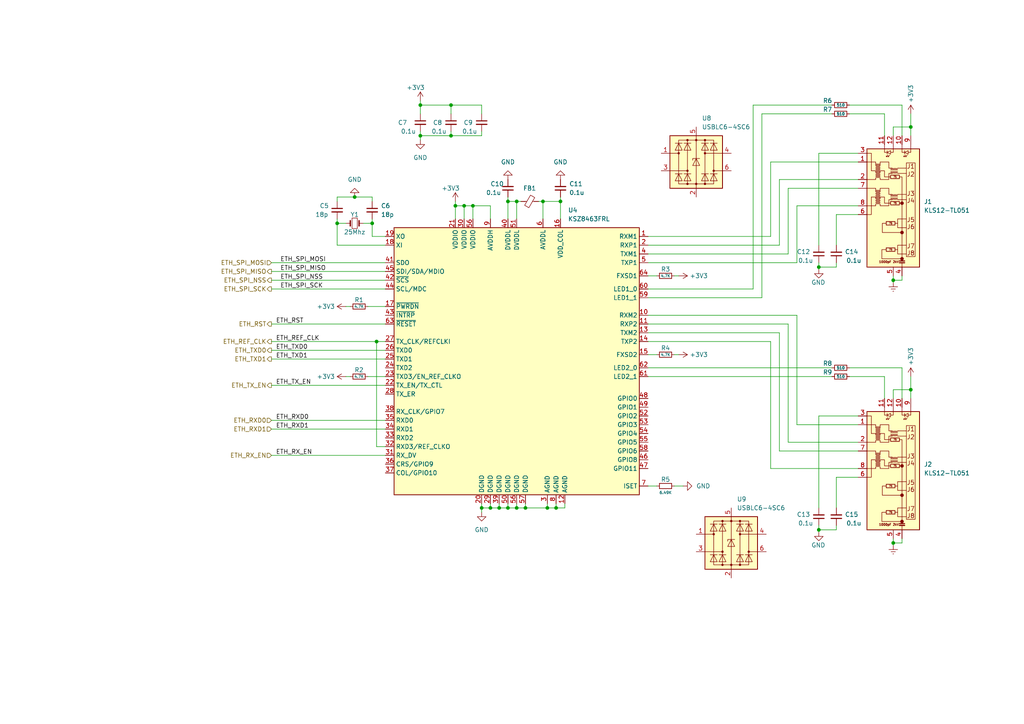
<source format=kicad_sch>
(kicad_sch (version 20230121) (generator eeschema)
  (paper "A4")
  (lib_symbols
    (symbol "Device:C_Small" (pin_numbers hide) (pin_names (offset 0.254) hide)
      (property "Reference" "C" (at 0.254 1.778 0))
      (property "Value" "C_Small" (at 0.254 -2.032 0))
      (symbol "C_Small_0_1"
        (polyline (pts (xy -1.524 -0.508) (xy 1.524 -0.508)) (stroke (width 0.3302)))
        (polyline (pts (xy -1.524 0.508) (xy 1.524 0.508)) (stroke (width 0.3048)))
      )
      (symbol "C_Small_1_1"
        (pin passive line (at 0 2.54 270) (length 2.032) (name "~") (number "1"))
        (pin passive line (at 0 -2.54 90) (length 2.032) (name "~") (number "2"))
      )
    )
    (symbol "Device:Crystal_Small" (pin_numbers hide) (pin_names (offset 1.016) hide)
      (property "Reference" "Y" (at 0 2.54 0))
      (property "Value" "Crystal_Small" (at 0 -2.54 0))
      (symbol "Crystal_Small_0_1"
        (rectangle (start -0.762 -1.524) (end 0.762 1.524))
        (polyline (pts (xy -1.27 -0.762) (xy -1.27 0.762)) (stroke (width 0.381)))
        (polyline (pts (xy 1.27 -0.762) (xy 1.27 0.762)) (stroke (width 0.381)))
      )
      (symbol "Crystal_Small_1_1"
        (pin passive line (at -2.54 0 0) (length 1.27) (name "1") (number "1"))
        (pin passive line (at 2.54 0 180) (length 1.27) (name "2") (number "2"))
      )
    )
    (symbol "Device:FerriteBead_Small" (pin_numbers hide) (pin_names (offset 0))
      (property "Reference" "FB" (at 1.905 1.27 0))
      (property "Value" "FerriteBead_Small" (at 1.905 -1.27 0))
      (symbol "FerriteBead_Small_0_1"
        (polyline (pts (xy 0 -1.27) (xy 0 -0.7874)))
        (polyline (pts (xy 0 0.889) (xy 0 1.2954)))
        (polyline (pts (xy -1.8288 0.2794) (xy -1.1176 1.4986) (xy 1.8288 -0.2032) (xy 1.1176 -1.4224) (xy -1.8288 0.2794)))
      )
      (symbol "FerriteBead_Small_1_1"
        (pin passive line (at 0 2.54 270) (length 1.27) (name "~") (number "1"))
        (pin passive line (at 0 -2.54 90) (length 1.27) (name "~") (number "2"))
      )
    )
    (symbol "Device:R_Small" (pin_numbers hide) (pin_names (offset 0.254) hide)
      (property "Reference" "R" (at 0.762 0.508 0))
      (property "Value" "R_Small" (at 0.762 -1.016 0))
      (symbol "R_Small_0_1"
        (rectangle (start -0.762 1.778) (end 0.762 -1.778) (stroke (width 0.2032)))
      )
      (symbol "R_Small_1_1"
        (pin passive line (at 0 2.54 270) (length 0.762) (name "~") (number "1"))
        (pin passive line (at 0 -2.54 90) (length 0.762) (name "~") (number "2"))
      )
    )
    (symbol "Power_Protection:USBLC6-4SC6" (pin_names hide)
      (property "Reference" "U" (at 2.54 8.89 0))
      (property "Value" "USBLC6-4SC6" (at 2.54 -8.89 0))
      (symbol "USBLC6-4SC6_0_1"
        (rectangle (start -7.62 -7.62) (end 7.62 7.62) (stroke (width 0.254)) (fill (type background)))
        (circle (center -5.08 2.54) (radius 0.254) (fill (type outline)))
        (circle (center -2.54 -6.35) (radius 0.254) (fill (type outline)))
        (circle (center -2.54 -2.54) (radius 0.254) (fill (type outline)))
        (circle (center -2.54 6.35) (radius 0.254) (fill (type outline)))
        (rectangle (start -2.54 6.35) (end 2.54 -6.35))
        (circle (center 0 -6.35) (radius 0.254) (fill (type outline)))
        (polyline (pts (xy -5.08 2.54) (xy -7.62 2.54)))
        (polyline (pts (xy -4.064 -3.429) (xy -6.096 -3.429)))
        (polyline (pts (xy -4.064 5.461) (xy -6.096 5.461)))
        (polyline (pts (xy -2.54 -2.54) (xy -7.62 -2.54)))
        (polyline (pts (xy -1.524 -3.429) (xy -3.556 -3.429)))
        (polyline (pts (xy -1.524 5.461) (xy -3.556 5.461)))
        (polyline (pts (xy 0 -7.62) (xy 0 -6.35)))
        (polyline (pts (xy 0 -6.35) (xy 0 1.27)))
        (polyline (pts (xy 0 1.27) (xy 0 6.35)))
        (polyline (pts (xy 0 6.35) (xy 0 7.62)))
        (polyline (pts (xy 1.524 -3.429) (xy 3.556 -3.429)))
        (polyline (pts (xy 1.524 5.461) (xy 3.556 5.461)))
        (polyline (pts (xy 2.54 2.54) (xy 7.62 2.54)))
        (polyline (pts (xy 4.064 -3.429) (xy 6.096 -3.429)))
        (polyline (pts (xy 4.064 5.461) (xy 6.096 5.461)))
        (polyline (pts (xy 5.08 -2.54) (xy 7.62 -2.54)))
        (polyline (pts (xy -6.096 -5.461) (xy -4.064 -5.461) (xy -5.08 -3.429) (xy -6.096 -5.461)))
        (polyline (pts (xy -6.096 3.429) (xy -4.064 3.429) (xy -5.08 5.461) (xy -6.096 3.429)))
        (polyline (pts (xy -3.556 -5.461) (xy -1.524 -5.461) (xy -2.54 -3.429) (xy -3.556 -5.461)))
        (polyline (pts (xy -3.556 3.429) (xy -1.524 3.429) (xy -2.54 5.461) (xy -3.556 3.429)))
        (polyline (pts (xy -2.54 6.35) (xy -5.08 6.35) (xy -5.08 -6.35) (xy -2.54 -6.35)))
        (polyline (pts (xy -1.016 -1.016) (xy 1.016 -1.016) (xy 0 1.016) (xy -1.016 -1.016)))
        (polyline (pts (xy 1.016 1.016) (xy 0.762 1.016) (xy -1.016 1.016) (xy -1.016 0.508)))
        (polyline (pts (xy 2.54 6.35) (xy 5.08 6.35) (xy 5.08 -6.35) (xy 2.54 -6.35)))
        (polyline (pts (xy 3.556 -5.461) (xy 1.524 -5.461) (xy 2.54 -3.429) (xy 3.556 -5.461)))
        (polyline (pts (xy 3.556 3.429) (xy 1.524 3.429) (xy 2.54 5.461) (xy 3.556 3.429)))
        (polyline (pts (xy 6.096 -5.461) (xy 4.064 -5.461) (xy 5.08 -3.429) (xy 6.096 -5.461)))
        (polyline (pts (xy 6.096 3.429) (xy 4.064 3.429) (xy 5.08 5.461) (xy 6.096 3.429)))
        (circle (center 0 6.35) (radius 0.254) (fill (type outline)))
        (circle (center 2.54 -6.35) (radius 0.254) (fill (type outline)))
        (circle (center 2.54 2.54) (radius 0.254) (fill (type outline)))
        (circle (center 2.54 6.35) (radius 0.254) (fill (type outline)))
        (circle (center 5.08 -2.54) (radius 0.254) (fill (type outline)))
      )
      (symbol "USBLC6-4SC6_1_1"
        (pin passive line (at -10.16 2.54 0) (length 2.54) (name "I/O1") (number "1"))
        (pin passive line (at 0 -10.16 90) (length 2.54) (name "GND") (number "2"))
        (pin passive line (at -10.16 -2.54 0) (length 2.54) (name "I/O2") (number "3"))
        (pin passive line (at 10.16 2.54 180) (length 2.54) (name "I/O3") (number "4"))
        (pin passive line (at 0 10.16 270) (length 2.54) (name "VBUS") (number "5"))
        (pin passive line (at 10.16 -2.54 180) (length 2.54) (name "I/O4") (number "6"))
      )
    )
    (symbol "meshium_duo:KLS12-TL051" (pin_names (offset 0.0254) hide)
      (property "Reference" "J" (at 0 25.4 0))
      (property "Value" "KLS12-TL051" (at 0 22.86 0))
      (symbol "KLS12-TL051_0_0"
        (circle (center -2.54 -15.367) (radius 0.0001) (stroke (width 0.508)))
        (circle (center -2.54 -7.747) (radius 0.0001) (stroke (width 0.508)))
        (circle (center -2.54 0.762) (radius 0.0001) (stroke (width 0.508)))
        (polyline (pts (xy -1.27 1.778) (xy -3.81 1.778)))
        (polyline (pts (xy -1.27 3.302) (xy -3.81 3.302)))
        (polyline (pts (xy -1.27 9.398) (xy -3.81 9.398)))
        (polyline (pts (xy -1.27 10.922) (xy -3.81 10.922)))
        (polyline (pts (xy 5.08 2.54) (xy 6.35 2.54)))
        (polyline (pts (xy 6.35 10.16) (xy 5.08 10.16)))
        (polyline (pts (xy 0.762 0.762) (xy 2.54 0.762) (xy 2.54 2.54) (xy 3.81 2.54)))
        (polyline (pts (xy 0.762 8.382) (xy 2.54 8.382) (xy 2.54 10.16) (xy 3.81 10.16)))
        (text "1000pF 2kV" (at 1.27 -16.256 0) (effects (font (size 0.635 0.635))))
        (text "75" (at -0.508 0.762 0) (effects (font (size 0.508 0.508))))
        (text "75" (at -0.508 8.382 0) (effects (font (size 0.508 0.508))))
        (text "75" (at 0.762 -12.7 0) (effects (font (size 0.508 0.508))))
        (text "75" (at 0.762 -5.08 0) (effects (font (size 0.508 0.508))))
        (text "J1" (at -5.08 11.43 0) (effects (font (size 1.27 1.27))))
        (text "J2" (at -5.08 9.144 0) (effects (font (size 1.27 1.27))))
        (text "J3" (at -5.08 3.556 0) (effects (font (size 1.27 1.27))))
        (text "J4" (at -5.08 1.524 0) (effects (font (size 1.27 1.27))))
        (text "J5" (at -5.08 -4.064 0) (effects (font (size 1.27 1.27))))
        (text "J6" (at -5.08 -6.096 0) (effects (font (size 1.27 1.27))))
        (text "J7" (at -5.08 -11.684 0) (effects (font (size 1.27 1.27))))
        (text "J8" (at -5.08 -13.716 0) (effects (font (size 1.27 1.27))))
      )
      (symbol "KLS12-TL051_0_1"
        (rectangle (start -7.62 16.51) (end 7.62 -17.78) (stroke (width 0.254)) (fill (type background)))
        (rectangle (start -3.81 -14.732) (end -6.35 12.446))
        (rectangle (start -1.778 0.254) (end 0.762 1.27) (stroke (width 0.2032)))
        (rectangle (start -1.778 7.874) (end 0.762 8.89) (stroke (width 0.2032)))
        (arc (start -1.27 3.302) (mid -1.016 3.0491) (end -0.762 3.302))
        (arc (start -1.27 10.922) (mid -1.016 10.6691) (end -0.762 10.922))
        (arc (start -0.762 1.778) (mid -1.016 2.0309) (end -1.27 1.778))
        (arc (start -0.762 3.302) (mid -0.508 3.0491) (end -0.254 3.302))
        (arc (start -0.762 9.398) (mid -1.016 9.6509) (end -1.27 9.398))
        (arc (start -0.762 10.922) (mid -0.508 10.6691) (end -0.254 10.922))
        (rectangle (start -0.508 -12.192) (end 2.032 -13.208) (stroke (width 0.2032)))
        (rectangle (start -0.508 -4.572) (end 2.032 -5.588) (stroke (width 0.2032)))
        (arc (start -0.254 1.778) (mid -0.508 2.0309) (end -0.762 1.778))
        (arc (start -0.254 3.302) (mid 0 3.0491) (end 0.254 3.302))
        (arc (start -0.254 9.398) (mid -0.508 9.6509) (end -0.762 9.398))
        (arc (start -0.254 10.922) (mid 0 10.6691) (end 0.254 10.922))
        (polyline (pts (xy -3.556 14.224) (xy -4.064 14.732)))
        (polyline (pts (xy -3.302 -16.51) (xy -1.778 -16.51)) (stroke (width 0.3302)))
        (polyline (pts (xy -3.302 -16.002) (xy -1.778 -16.002)) (stroke (width 0.3048)))
        (polyline (pts (xy -3.302 16.002) (xy -3.302 14.986)))
        (polyline (pts (xy -3.048 14.224) (xy -3.556 14.732)))
        (polyline (pts (xy -2.54 -17.78) (xy -2.54 -16.51)))
        (polyline (pts (xy -2.54 0.762) (xy -1.778 0.762)))
        (polyline (pts (xy -1.27 -12.7) (xy -0.508 -12.7)))
        (polyline (pts (xy -1.27 -5.08) (xy -0.508 -5.08)))
        (polyline (pts (xy -1.27 2.286) (xy 0.762 2.286)))
        (polyline (pts (xy -1.27 9.906) (xy 0.762 9.906)))
        (polyline (pts (xy 0.762 2.794) (xy -1.27 2.794)))
        (polyline (pts (xy 0.762 10.414) (xy -1.27 10.414)))
        (polyline (pts (xy 1.524 14.224) (xy 1.016 14.732)))
        (polyline (pts (xy 1.778 16.002) (xy 1.778 14.986)))
        (polyline (pts (xy 2.032 14.224) (xy 1.524 14.732)))
        (polyline (pts (xy 4.318 4.572) (xy 4.318 0.508)))
        (polyline (pts (xy 4.318 12.192) (xy 4.318 8.128)))
        (polyline (pts (xy 4.572 0.508) (xy 4.572 4.572)))
        (polyline (pts (xy 4.572 8.128) (xy 4.572 12.192)))
        (polyline (pts (xy -5.08 17.78) (xy -5.08 15.494) (xy -4.318 15.494)))
        (polyline (pts (xy -3.556 14.478) (xy -3.556 14.224) (xy -3.81 14.224)))
        (polyline (pts (xy -3.048 14.478) (xy -3.048 14.224) (xy -3.302 14.224)))
        (polyline (pts (xy -2.54 -16.002) (xy -2.54 8.382) (xy -1.778 8.382)))
        (polyline (pts (xy -2.54 17.78) (xy -2.54 15.494) (xy -3.302 15.494)))
        (polyline (pts (xy 0 17.78) (xy 0 15.494) (xy 0.762 15.494)))
        (polyline (pts (xy 1.524 14.478) (xy 1.524 14.224) (xy 1.27 14.224)))
        (polyline (pts (xy 2.032 14.478) (xy 2.032 14.224) (xy 1.778 14.224)))
        (polyline (pts (xy 2.54 17.78) (xy 2.54 15.494) (xy 1.778 15.494)))
        (polyline (pts (xy 5.08 0.508) (xy 5.08 0) (xy 7.62 0)))
        (polyline (pts (xy 5.08 4.572) (xy 5.08 5.08) (xy 7.62 5.08)))
        (polyline (pts (xy 5.08 8.128) (xy 5.08 7.62) (xy 7.62 7.62)))
        (polyline (pts (xy 5.08 12.192) (xy 5.08 12.7) (xy 7.62 12.7)))
        (polyline (pts (xy 6.35 2.54) (xy 6.35 -2.54) (xy 7.62 -2.54)))
        (polyline (pts (xy 7.62 15.24) (xy 6.35 15.24) (xy 6.35 10.16)))
        (polyline (pts (xy -3.81 -11.43) (xy -1.27 -11.43) (xy -1.27 -13.97) (xy -3.81 -13.97)))
        (polyline (pts (xy -3.81 -3.81) (xy -1.27 -3.81) (xy -1.27 -6.35) (xy -3.81 -6.35)))
        (polyline (pts (xy -3.302 15.494) (xy -4.318 16.002) (xy -4.318 14.986) (xy -3.302 15.494)))
        (polyline (pts (xy 1.778 15.494) (xy 0.762 16.002) (xy 0.762 14.986) (xy 1.778 15.494)))
        (polyline (pts (xy 2.032 -5.08) (xy 3.175 -5.08) (xy 3.175 -7.747) (xy -2.54 -7.747)))
        (polyline (pts (xy 2.159 -12.7) (xy 3.302 -12.7) (xy 3.302 -15.367) (xy -2.413 -15.367)))
        (polyline (pts (xy 0.762 3.302) (xy 1.27 3.302) (xy 1.27 5.08) (xy 3.81 5.08) (xy 3.81 4.572)))
        (polyline (pts (xy 0.762 10.922) (xy 1.27 10.922) (xy 1.27 12.7) (xy 3.81 12.7) (xy 3.81 12.192)))
        (polyline (pts (xy 3.81 0.508) (xy 3.81 0) (xy 1.27 0) (xy 1.27 1.778) (xy 0.762 1.778)))
        (polyline (pts (xy 3.81 8.128) (xy 3.81 7.62) (xy 1.27 7.62) (xy 1.27 9.398) (xy 0.762 9.398)))
        (arc (start 0.254 1.778) (mid 0 2.0309) (end -0.254 1.778))
        (arc (start 0.254 3.302) (mid 0.508 3.0491) (end 0.762 3.302))
        (arc (start 0.254 9.398) (mid 0 9.6509) (end -0.254 9.398))
        (arc (start 0.254 10.922) (mid 0.508 10.6691) (end 0.762 10.922))
        (circle (center 0.508 1.7526) (radius 0.0762) (stroke (width 0.0254)) (fill (type outline)))
        (circle (center 0.508 3.3274) (radius 0.0762) (stroke (width 0.0254)) (fill (type outline)))
        (circle (center 0.508 9.3726) (radius 0.0762) (stroke (width 0.0254)) (fill (type outline)))
        (circle (center 0.508 10.9474) (radius 0.0762) (stroke (width 0.0254)) (fill (type outline)))
        (arc (start 0.762 1.778) (mid 0.508 2.0309) (end 0.254 1.778))
        (arc (start 0.762 9.398) (mid 0.508 9.6509) (end 0.254 9.398))
        (circle (center 3.7846 2.286) (radius 0.0762) (stroke (width 0.0254)) (fill (type outline)))
        (circle (center 3.7846 4.318) (radius 0.0762) (stroke (width 0.0254)) (fill (type outline)))
        (circle (center 3.7846 9.906) (radius 0.0762) (stroke (width 0.0254)) (fill (type outline)))
        (circle (center 3.7846 11.938) (radius 0.0762) (stroke (width 0.0254)) (fill (type outline)))
        (arc (start 3.81 0.508) (mid 4.0629 0.762) (end 3.81 1.016))
        (arc (start 3.81 1.016) (mid 4.0629 1.27) (end 3.81 1.524))
        (arc (start 3.81 1.524) (mid 4.0629 1.778) (end 3.81 2.032))
        (arc (start 3.81 2.032) (mid 4.0629 2.286) (end 3.81 2.54))
        (arc (start 3.81 2.54) (mid 4.0629 2.794) (end 3.81 3.048))
        (arc (start 3.81 3.048) (mid 4.0629 3.302) (end 3.81 3.556))
        (arc (start 3.81 3.556) (mid 4.0629 3.81) (end 3.81 4.064))
        (arc (start 3.81 4.064) (mid 4.0629 4.318) (end 3.81 4.572))
        (arc (start 3.81 8.128) (mid 4.0629 8.382) (end 3.81 8.636))
        (arc (start 3.81 8.636) (mid 4.0629 8.89) (end 3.81 9.144))
        (arc (start 3.81 9.144) (mid 4.0629 9.398) (end 3.81 9.652))
        (arc (start 3.81 9.652) (mid 4.0629 9.906) (end 3.81 10.16))
        (arc (start 3.81 10.16) (mid 4.0629 10.414) (end 3.81 10.668))
        (arc (start 3.81 10.668) (mid 4.0629 10.922) (end 3.81 11.176))
        (arc (start 3.81 11.176) (mid 4.0629 11.43) (end 3.81 11.684))
        (arc (start 3.81 11.684) (mid 4.0629 11.938) (end 3.81 12.192))
        (arc (start 5.08 1.016) (mid 4.8271 0.762) (end 5.08 0.508))
        (arc (start 5.08 1.524) (mid 4.8271 1.27) (end 5.08 1.016))
        (arc (start 5.08 2.032) (mid 4.8271 1.778) (end 5.08 1.524))
        (arc (start 5.08 2.54) (mid 4.8271 2.286) (end 5.08 2.032))
        (arc (start 5.08 3.048) (mid 4.8271 2.794) (end 5.08 2.54))
        (arc (start 5.08 3.556) (mid 4.8271 3.302) (end 5.08 3.048))
        (arc (start 5.08 4.064) (mid 4.8271 3.81) (end 5.08 3.556))
        (arc (start 5.08 4.572) (mid 4.8271 4.318) (end 5.08 4.064))
        (arc (start 5.08 8.636) (mid 4.8271 8.382) (end 5.08 8.128))
        (arc (start 5.08 9.144) (mid 4.8271 8.89) (end 5.08 8.636))
        (arc (start 5.08 9.652) (mid 4.8271 9.398) (end 5.08 9.144))
        (arc (start 5.08 10.16) (mid 4.8271 9.906) (end 5.08 9.652))
        (arc (start 5.08 10.668) (mid 4.8271 10.414) (end 5.08 10.16))
        (arc (start 5.08 11.176) (mid 4.8271 10.922) (end 5.08 10.668))
        (arc (start 5.08 11.684) (mid 4.8271 11.43) (end 5.08 11.176))
        (arc (start 5.08 12.192) (mid 4.8271 11.938) (end 5.08 11.684))
        (circle (center 5.1054 2.286) (radius 0.0762) (stroke (width 0.0254)) (fill (type outline)))
        (circle (center 5.1054 4.318) (radius 0.0762) (stroke (width 0.0254)) (fill (type outline)))
        (circle (center 5.1054 9.906) (radius 0.0762) (stroke (width 0.0254)) (fill (type outline)))
        (circle (center 5.1054 11.938) (radius 0.0762) (stroke (width 0.0254)) (fill (type outline)))
      )
      (symbol "KLS12-TL051_1_1"
        (pin passive line (at 10.16 12.7 180) (length 2.54) (name "TD+") (number "1"))
        (pin passive line (at -2.54 20.32 270) (length 2.54) (name "LEDG_C") (number "10"))
        (pin passive line (at 2.54 20.32 270) (length 2.54) (name "LEDY_C") (number "11"))
        (pin passive line (at 0 20.32 270) (length 2.54) (name "LEDY_A") (number "12"))
        (pin passive line (at 10.16 7.62 180) (length 2.54) (name "TD-") (number "2"))
        (pin passive line (at 10.16 15.24 180) (length 2.54) (name "CT") (number "3"))
        (pin passive line (at -2.54 -20.32 90) (length 2.54) (name "SHIELD") (number "4"))
        (pin passive line (at 0 -20.32 90) (length 2.54) (name "SHIELD") (number "5"))
        (pin passive line (at 10.16 -2.54 180) (length 2.54) (name "CT") (number "6"))
        (pin passive line (at 10.16 5.08 180) (length 2.54) (name "RD+") (number "7"))
        (pin passive line (at 10.16 0 180) (length 2.54) (name "RD-") (number "8"))
        (pin passive line (at -5.08 20.32 270) (length 2.54) (name "LEDG_A") (number "9"))
      )
    )
    (symbol "meshium_duo:KSZ8463FRML"
      (property "Reference" "U" (at -34.29 36.83 0))
      (property "Value" "KSZ8463FRL" (at 29.21 36.83 0))
      (symbol "KSZ8463FRML_0_1"
        (rectangle (start -35.56 35.56) (end 35.56 -41.91) (stroke (width 0.254)) (fill (type background)))
      )
      (symbol "KSZ8463FRML_1_1"
        (pin passive line (at 38.1 33.02 180) (length 2.54) (name "RXM1") (number "1"))
        (pin passive line (at 38.1 10.16 180) (length 2.54) (name "RXM2") (number "10"))
        (pin passive line (at 38.1 7.62 180) (length 2.54) (name "RXP2") (number "11"))
        (pin power_in line (at 13.97 -44.45 90) (length 2.54) (name "AGND") (number "12"))
        (pin passive line (at 38.1 5.08 180) (length 2.54) (name "TXM2") (number "13"))
        (pin passive line (at 38.1 2.54 180) (length 2.54) (name "TXP2") (number "14"))
        (pin input line (at 38.1 -1.27 180) (length 2.54) (name "FXSD2") (number "15"))
        (pin power_in line (at 12.7 38.1 270) (length 2.54) (name "VDD_COL") (number "16"))
        (pin input line (at -38.1 12.7 0) (length 2.54) (name "~{PWRDN}") (number "17"))
        (pin input line (at -38.1 30.48 0) (length 2.54) (name "XI") (number "18"))
        (pin output line (at -38.1 33.02 0) (length 2.54) (name "XO") (number "19"))
        (pin passive line (at 38.1 30.48 180) (length 2.54) (name "RXP1") (number "2"))
        (pin power_in line (at -10.16 -44.45 90) (length 2.54) (name "DGND") (number "20"))
        (pin power_in line (at -17.78 38.1 270) (length 2.54) (name "VDDIO") (number "21"))
        (pin input line (at -38.1 -10.16 0) (length 2.54) (name "TX_EN/TX_CTL") (number "22"))
        (pin input line (at -38.1 -7.62 0) (length 2.54) (name "TXD3/EN_REF_CLKO") (number "23"))
        (pin input line (at -38.1 -5.08 0) (length 2.54) (name "TXD2") (number "24"))
        (pin input line (at -38.1 -2.54 0) (length 2.54) (name "TXD1") (number "25"))
        (pin input line (at -38.1 0 0) (length 2.54) (name "TXD0") (number "26"))
        (pin input line (at -38.1 2.54 0) (length 2.54) (name "TX_CLK/REFCLKI") (number "27"))
        (pin input line (at -38.1 -12.7 0) (length 2.54) (name "TX_ER") (number "28"))
        (pin power_in line (at -7.62 -44.45 90) (length 2.54) (name "DGND") (number "29"))
        (pin power_in line (at 8.89 -44.45 90) (length 2.54) (name "AGND") (number "3"))
        (pin power_in line (at -15.24 38.1 270) (length 2.54) (name "VDDIO") (number "30"))
        (pin output line (at -38.1 -30.48 0) (length 2.54) (name "RX_DV") (number "31"))
        (pin output line (at -38.1 -27.94 0) (length 2.54) (name "RXD3/REF_CLKO") (number "32"))
        (pin output line (at -38.1 -25.4 0) (length 2.54) (name "RXD2") (number "33"))
        (pin output line (at -38.1 -22.86 0) (length 2.54) (name "RXD1") (number "34"))
        (pin output line (at -38.1 -20.32 0) (length 2.54) (name "RXD0") (number "35"))
        (pin output line (at -38.1 -33.02 0) (length 2.54) (name "CRS/GPIO9") (number "36"))
        (pin output line (at -38.1 -35.56 0) (length 2.54) (name "COL/GPIO10") (number "37"))
        (pin output line (at -38.1 -17.78 0) (length 2.54) (name "RX_CLK/GPIO7") (number "38"))
        (pin power_in line (at -5.08 -44.45 90) (length 2.54) (name "DGND") (number "39"))
        (pin passive line (at 38.1 27.94 180) (length 2.54) (name "TXM1") (number "4"))
        (pin power_in line (at -2.54 38.1 270) (length 2.54) (name "DVDDL") (number "40"))
        (pin output line (at -38.1 25.4 0) (length 2.54) (name "SDO") (number "41"))
        (pin input line (at -38.1 20.32 0) (length 2.54) (name "~{SCS}") (number "42"))
        (pin output line (at -38.1 10.16 0) (length 2.54) (name "~{INTRP}") (number "43"))
        (pin input line (at -38.1 17.78 0) (length 2.54) (name "SCL/MDC") (number "44"))
        (pin bidirectional line (at -38.1 22.86 0) (length 2.54) (name "SDI/SDA/MDIO") (number "45"))
        (pin bidirectional line (at 38.1 -31.75 180) (length 2.54) (name "GPIO8") (number "46"))
        (pin passive line (at 38.1 -34.29 180) (length 2.54) (name "GPIO11") (number "47"))
        (pin bidirectional line (at 38.1 -13.97 180) (length 2.54) (name "GPIO0") (number "48"))
        (pin bidirectional line (at 38.1 -16.51 180) (length 2.54) (name "GPIO1") (number "49"))
        (pin passive line (at 38.1 25.4 180) (length 2.54) (name "TXP1") (number "5"))
        (pin power_in line (at -2.54 -44.45 90) (length 2.54) (name "DGND") (number "50"))
        (pin power_in line (at 0 38.1 270) (length 2.54) (name "DVDDL") (number "51"))
        (pin bidirectional line (at 38.1 -19.05 180) (length 2.54) (name "GPIO2") (number "52"))
        (pin bidirectional line (at 38.1 -21.59 180) (length 2.54) (name "GPIO3") (number "53"))
        (pin bidirectional line (at 38.1 -24.13 180) (length 2.54) (name "GPIO4") (number "54"))
        (pin bidirectional line (at 38.1 -26.67 180) (length 2.54) (name "GPIO5") (number "55"))
        (pin power_in line (at 0 -44.45 90) (length 2.54) (name "DGND") (number "56"))
        (pin power_in line (at -12.7 38.1 270) (length 2.54) (name "VDDIO") (number "56"))
        (pin power_in line (at 2.54 -44.45 90) (length 2.54) (name "DGND") (number "57"))
        (pin bidirectional line (at 38.1 -29.21 180) (length 2.54) (name "GPIO6") (number "58"))
        (pin output line (at 38.1 15.24 180) (length 2.54) (name "LED1_1") (number "59"))
        (pin power_in line (at 7.62 38.1 270) (length 2.54) (name "AVDDL") (number "6"))
        (pin output line (at 38.1 17.78 180) (length 2.54) (name "LED1_0") (number "60"))
        (pin output line (at 38.1 -7.62 180) (length 2.54) (name "LED2_1") (number "61"))
        (pin output line (at 38.1 -5.08 180) (length 2.54) (name "LED2_0") (number "62"))
        (pin input line (at -38.1 7.62 0) (length 2.54) (name "~{RESET}") (number "63"))
        (pin input line (at 38.1 21.59 180) (length 2.54) (name "FXSD1") (number "64"))
        (pin passive line (at 38.1 -39.37 180) (length 2.54) (name "ISET") (number "7"))
        (pin power_in line (at 11.43 -44.45 90) (length 2.54) (name "AGND") (number "8"))
        (pin power_in line (at -7.62 38.1 270) (length 2.54) (name "AVDDH") (number "9"))
      )
    )
    (symbol "power:+3V3" (power) (pin_names (offset 0))
      (property "Value" "+3V3" (at 0 3.556 0))
      (symbol "+3V3_0_1"
        (polyline (pts (xy -0.762 1.27) (xy 0 2.54)))
        (polyline (pts (xy 0 0) (xy 0 2.54)))
        (polyline (pts (xy 0 2.54) (xy 0.762 1.27)))
      )
      (symbol "+3V3_1_1"
        (pin power_in line (at 0 0 90) (length 0) hide (name "+3V3") (number "1"))
      )
    )
    (symbol "power:Earth" (power) (pin_names (offset 0))
      (symbol "Earth_0_1"
        (polyline (pts (xy -0.635 -1.905) (xy 0.635 -1.905)))
        (polyline (pts (xy -0.127 -2.54) (xy 0.127 -2.54)))
        (polyline (pts (xy 0 -1.27) (xy 0 0)))
        (polyline (pts (xy 1.27 -1.27) (xy -1.27 -1.27)))
      )
      (symbol "Earth_1_1"
        (pin power_in line (at 0 0 270) (length 0) hide (name "Earth") (number "1"))
      )
    )
    (symbol "power:GND" (power) (pin_names (offset 0))
      (property "Value" "GND" (at 0 -3.81 0))
      (symbol "GND_0_1"
        (polyline (pts (xy 0 0) (xy 0 -1.27) (xy 1.27 -1.27) (xy 0 -2.54) (xy -1.27 -1.27) (xy 0 -1.27)))
      )
      (symbol "GND_1_1"
        (pin power_in line (at 0 0 270) (length 0) hide (name "GND") (number "1"))
      )
    )
  )
  (junction (at 109.22 99.06))
  (junction (at 259.08 81.28))
  (junction (at 134.62 59.69))
  (junction (at 107.95 64.77))
  (junction (at 161.29 147.32))
  (junction (at 149.86 58.42))
  (junction (at 137.16 59.69))
  (junction (at 130.81 30.48))
  (junction (at 264.16 113.03))
  (junction (at 259.08 157.48))
  (junction (at 149.86 147.32))
  (junction (at 132.08 59.69))
  (junction (at 237.49 153.67))
  (junction (at 147.32 147.32))
  (junction (at 130.81 39.37))
  (junction (at 158.75 147.32))
  (junction (at 139.7 147.32))
  (junction (at 147.32 58.42))
  (junction (at 102.87 57.15))
  (junction (at 157.48 58.42))
  (junction (at 264.16 36.83))
  (junction (at 152.4 147.32))
  (junction (at 144.78 147.32))
  (junction (at 121.92 30.48))
  (junction (at 97.79 64.77))
  (junction (at 142.24 147.32))
  (junction (at 237.49 77.47))
  (junction (at 121.92 39.37))
  (junction (at 162.56 58.42))
  (wire (pts (xy 162.56 63.5) (xy 162.56 58.42)))
  (wire (pts (xy 121.92 30.48) (xy 130.81 30.48)))
  (wire (pts (xy 139.7 147.32) (xy 142.24 147.32)))
  (wire (pts (xy 246.38 106.68) (xy 261.62 106.68)))
  (wire (pts (xy 231.14 76.2) (xy 187.96 76.2)))
  (wire (pts (xy 261.62 39.37) (xy 261.62 30.48)))
  (wire (pts (xy 261.62 156.21) (xy 261.62 157.48)))
  (wire (pts (xy 100.33 88.9) (xy 101.6 88.9)))
  (wire (pts (xy 147.32 146.05) (xy 147.32 147.32)))
  (wire (pts (xy 130.81 38.1) (xy 130.81 39.37)))
  (wire (pts (xy 139.7 146.05) (xy 139.7 147.32)))
  (wire (pts (xy 97.79 58.42) (xy 97.79 57.15)))
  (wire (pts (xy 106.68 88.9) (xy 111.76 88.9)))
  (wire (pts (xy 102.87 57.15) (xy 107.95 57.15)))
  (wire (pts (xy 109.22 99.06) (xy 111.76 99.06)))
  (wire (pts (xy 157.48 58.42) (xy 157.48 63.5)))
  (wire (pts (xy 187.96 140.97) (xy 190.5 140.97)))
  (wire (pts (xy 78.74 99.06) (xy 109.22 99.06)))
  (wire (pts (xy 248.92 138.43) (xy 242.57 138.43)))
  (wire (pts (xy 259.08 81.28) (xy 259.08 81.915)))
  (wire (pts (xy 237.49 78.105) (xy 237.49 77.47)))
  (wire (pts (xy 259.08 80.01) (xy 259.08 81.28)))
  (wire (pts (xy 246.38 109.22) (xy 256.54 109.22)))
  (wire (pts (xy 149.86 147.32) (xy 152.4 147.32)))
  (wire (pts (xy 242.57 138.43) (xy 242.57 147.32)))
  (wire (pts (xy 107.95 68.58) (xy 111.76 68.58)))
  (wire (pts (xy 137.16 59.69) (xy 137.16 63.5)))
  (wire (pts (xy 220.98 86.36) (xy 187.96 86.36)))
  (wire (pts (xy 144.78 146.05) (xy 144.78 147.32)))
  (wire (pts (xy 107.95 64.77) (xy 107.95 68.58)))
  (wire (pts (xy 139.7 38.1) (xy 139.7 39.37)))
  (wire (pts (xy 142.24 59.69) (xy 137.16 59.69)))
  (wire (pts (xy 228.6 93.98) (xy 187.96 93.98)))
  (wire (pts (xy 163.83 147.32) (xy 161.29 147.32)))
  (wire (pts (xy 218.44 83.82) (xy 187.96 83.82)))
  (wire (pts (xy 149.86 63.5) (xy 149.86 58.42)))
  (wire (pts (xy 220.98 33.02) (xy 220.98 86.36)))
  (wire (pts (xy 156.21 58.42) (xy 157.48 58.42)))
  (wire (pts (xy 242.57 152.4) (xy 242.57 153.67)))
  (wire (pts (xy 121.92 39.37) (xy 130.81 39.37)))
  (wire (pts (xy 226.06 96.52) (xy 226.06 130.81)))
  (wire (pts (xy 78.74 83.82) (xy 111.76 83.82)))
  (wire (pts (xy 149.86 58.42) (xy 147.32 58.42)))
  (wire (pts (xy 158.75 146.05) (xy 158.75 147.32)))
  (wire (pts (xy 78.74 111.76) (xy 111.76 111.76)))
  (wire (pts (xy 152.4 146.05) (xy 152.4 147.32)))
  (wire (pts (xy 248.92 123.19) (xy 231.14 123.19)))
  (wire (pts (xy 78.74 104.14) (xy 111.76 104.14)))
  (wire (pts (xy 195.58 140.97) (xy 198.12 140.97)))
  (wire (pts (xy 248.92 130.81) (xy 226.06 130.81)))
  (wire (pts (xy 223.52 46.99) (xy 248.92 46.99)))
  (wire (pts (xy 132.08 59.69) (xy 132.08 63.5)))
  (wire (pts (xy 226.06 96.52) (xy 187.96 96.52)))
  (wire (pts (xy 246.38 33.02) (xy 256.54 33.02)))
  (wire (pts (xy 121.92 39.37) (xy 121.92 38.1)))
  (wire (pts (xy 147.32 58.42) (xy 147.32 63.5)))
  (wire (pts (xy 109.22 129.54) (xy 109.22 99.06)))
  (wire (pts (xy 97.79 57.15) (xy 102.87 57.15)))
  (wire (pts (xy 223.52 46.99) (xy 223.52 68.58)))
  (wire (pts (xy 264.16 33.02) (xy 264.16 36.83)))
  (wire (pts (xy 242.57 76.2) (xy 242.57 77.47)))
  (wire (pts (xy 237.49 120.65) (xy 237.49 147.32)))
  (wire (pts (xy 264.16 36.83) (xy 264.16 39.37)))
  (wire (pts (xy 132.08 58.42) (xy 132.08 59.69)))
  (wire (pts (xy 134.62 59.69) (xy 132.08 59.69)))
  (wire (pts (xy 187.96 106.68) (xy 241.3 106.68)))
  (wire (pts (xy 261.62 80.01) (xy 261.62 81.28)))
  (wire (pts (xy 139.7 33.02) (xy 139.7 30.48)))
  (wire (pts (xy 218.44 30.48) (xy 218.44 83.82)))
  (wire (pts (xy 97.79 64.77) (xy 97.79 71.12)))
  (wire (pts (xy 256.54 115.57) (xy 256.54 109.22)))
  (wire (pts (xy 256.54 39.37) (xy 256.54 33.02)))
  (wire (pts (xy 78.74 101.6) (xy 111.76 101.6)))
  (wire (pts (xy 97.79 71.12) (xy 111.76 71.12)))
  (wire (pts (xy 223.52 99.06) (xy 187.96 99.06)))
  (wire (pts (xy 111.76 129.54) (xy 109.22 129.54)))
  (wire (pts (xy 231.14 91.44) (xy 187.96 91.44)))
  (wire (pts (xy 261.62 81.28) (xy 259.08 81.28)))
  (wire (pts (xy 97.79 64.77) (xy 100.33 64.77)))
  (wire (pts (xy 237.49 154.305) (xy 237.49 153.67)))
  (wire (pts (xy 130.81 39.37) (xy 139.7 39.37)))
  (wire (pts (xy 228.6 93.98) (xy 228.6 128.27)))
  (wire (pts (xy 144.78 147.32) (xy 147.32 147.32)))
  (wire (pts (xy 237.49 77.47) (xy 237.49 76.2)))
  (wire (pts (xy 246.38 30.48) (xy 261.62 30.48)))
  (wire (pts (xy 259.08 115.57) (xy 259.08 113.03)))
  (wire (pts (xy 142.24 147.32) (xy 144.78 147.32)))
  (wire (pts (xy 231.14 91.44) (xy 231.14 123.19)))
  (wire (pts (xy 196.85 102.87) (xy 195.58 102.87)))
  (wire (pts (xy 223.52 68.58) (xy 187.96 68.58)))
  (wire (pts (xy 158.75 147.32) (xy 152.4 147.32)))
  (wire (pts (xy 248.92 128.27) (xy 228.6 128.27)))
  (wire (pts (xy 163.83 146.05) (xy 163.83 147.32)))
  (wire (pts (xy 107.95 63.5) (xy 107.95 64.77)))
  (wire (pts (xy 264.16 109.22) (xy 264.16 113.03)))
  (wire (pts (xy 259.08 157.48) (xy 259.08 158.115)))
  (wire (pts (xy 187.96 102.87) (xy 190.5 102.87)))
  (wire (pts (xy 237.49 44.45) (xy 237.49 71.12)))
  (wire (pts (xy 121.92 30.48) (xy 121.92 33.02)))
  (wire (pts (xy 218.44 30.48) (xy 241.3 30.48)))
  (wire (pts (xy 121.92 40.64) (xy 121.92 39.37)))
  (wire (pts (xy 97.79 63.5) (xy 97.79 64.77)))
  (wire (pts (xy 242.57 153.67) (xy 237.49 153.67)))
  (wire (pts (xy 78.74 76.2) (xy 111.76 76.2)))
  (wire (pts (xy 107.95 57.15) (xy 107.95 58.42)))
  (wire (pts (xy 228.6 54.61) (xy 248.92 54.61)))
  (wire (pts (xy 228.6 54.61) (xy 228.6 73.66)))
  (wire (pts (xy 149.86 58.42) (xy 151.13 58.42)))
  (wire (pts (xy 261.62 115.57) (xy 261.62 106.68)))
  (wire (pts (xy 226.06 52.07) (xy 226.06 71.12)))
  (wire (pts (xy 259.08 113.03) (xy 264.16 113.03)))
  (wire (pts (xy 187.96 109.22) (xy 241.3 109.22)))
  (wire (pts (xy 248.92 135.89) (xy 223.52 135.89)))
  (wire (pts (xy 106.68 109.22) (xy 111.76 109.22)))
  (wire (pts (xy 259.08 36.83) (xy 264.16 36.83)))
  (wire (pts (xy 105.41 64.77) (xy 107.95 64.77)))
  (wire (pts (xy 248.92 62.23) (xy 242.57 62.23)))
  (wire (pts (xy 147.32 57.15) (xy 147.32 58.42)))
  (wire (pts (xy 147.32 147.32) (xy 149.86 147.32)))
  (wire (pts (xy 259.08 156.21) (xy 259.08 157.48)))
  (wire (pts (xy 134.62 59.69) (xy 134.62 63.5)))
  (wire (pts (xy 78.74 132.08) (xy 111.76 132.08)))
  (wire (pts (xy 226.06 52.07) (xy 248.92 52.07)))
  (wire (pts (xy 190.5 80.01) (xy 187.96 80.01)))
  (wire (pts (xy 161.29 147.32) (xy 158.75 147.32)))
  (wire (pts (xy 139.7 147.32) (xy 139.7 148.59)))
  (wire (pts (xy 220.98 33.02) (xy 241.3 33.02)))
  (wire (pts (xy 237.49 120.65) (xy 248.92 120.65)))
  (wire (pts (xy 142.24 63.5) (xy 142.24 59.69)))
  (wire (pts (xy 121.92 29.21) (xy 121.92 30.48)))
  (wire (pts (xy 78.74 78.74) (xy 111.76 78.74)))
  (wire (pts (xy 237.49 153.67) (xy 237.49 152.4)))
  (wire (pts (xy 78.74 93.98) (xy 111.76 93.98)))
  (wire (pts (xy 78.74 124.46) (xy 111.76 124.46)))
  (wire (pts (xy 264.16 113.03) (xy 264.16 115.57)))
  (wire (pts (xy 161.29 146.05) (xy 161.29 147.32)))
  (wire (pts (xy 242.57 62.23) (xy 242.57 71.12)))
  (wire (pts (xy 261.62 157.48) (xy 259.08 157.48)))
  (wire (pts (xy 223.52 99.06) (xy 223.52 135.89)))
  (wire (pts (xy 237.49 44.45) (xy 248.92 44.45)))
  (wire (pts (xy 149.86 146.05) (xy 149.86 147.32)))
  (wire (pts (xy 259.08 39.37) (xy 259.08 36.83)))
  (wire (pts (xy 196.85 80.01) (xy 195.58 80.01)))
  (wire (pts (xy 78.74 81.28) (xy 111.76 81.28)))
  (wire (pts (xy 162.56 58.42) (xy 157.48 58.42)))
  (wire (pts (xy 226.06 71.12) (xy 187.96 71.12)))
  (wire (pts (xy 78.74 121.92) (xy 111.76 121.92)))
  (wire (pts (xy 228.6 73.66) (xy 187.96 73.66)))
  (wire (pts (xy 100.33 109.22) (xy 101.6 109.22)))
  (wire (pts (xy 130.81 30.48) (xy 130.81 33.02)))
  (wire (pts (xy 231.14 59.69) (xy 248.92 59.69)))
  (wire (pts (xy 137.16 59.69) (xy 134.62 59.69)))
  (wire (pts (xy 242.57 77.47) (xy 237.49 77.47)))
  (wire (pts (xy 142.24 146.05) (xy 142.24 147.32)))
  (wire (pts (xy 162.56 57.15) (xy 162.56 58.42)))
  (wire (pts (xy 139.7 30.48) (xy 130.81 30.48)))
  (wire (pts (xy 231.14 59.69) (xy 231.14 76.2)))
  (label "ETH_SPI_SCK" (at 81.28 83.82 0))
  (label "ETH_RST" (at 80.01 93.98 0))
  (label "ETH_REF_CLK" (at 80.01 99.06 0))
  (label "ETH_SPI_NSS" (at 81.28 81.28 0))
  (label "ETH_TXD0" (at 80.01 101.6 0))
  (label "ETH_TXD1" (at 80.01 104.14 0))
  (label "ETH_RXD1" (at 80.01 124.46 0))
  (label "ETH_SPI_MISO" (at 81.28 78.74 0))
  (label "ETH_TX_EN" (at 80.01 111.76 0))
  (label "ETH_SPI_MOSI" (at 81.28 76.2 0))
  (label "ETH_RXD0" (at 80.01 121.92 0))
  (label "ETH_RX_EN" (at 80.01 132.08 0))
  (hierarchical_label "ETH_SPI_NSS" (shape output) (at 78.74 81.28 180))
  (hierarchical_label "ETH_RX_EN" (shape input) (at 78.74 132.08 180))
  (hierarchical_label "ETH_TXD0" (shape output) (at 78.74 101.6 180))
  (hierarchical_label "ETH_TX_EN" (shape output) (at 78.74 111.76 180))
  (hierarchical_label "ETH_RXD1" (shape input) (at 78.74 124.46 180))
  (hierarchical_label "ETH_SPI_MISO" (shape output) (at 78.74 78.74 180))
  (hierarchical_label "ETH_TXD1" (shape output) (at 78.74 104.14 180))
  (hierarchical_label "ETH_SPI_MOSI" (shape input) (at 78.74 76.2 180))
  (hierarchical_label "ETH_RST" (shape output) (at 78.74 93.98 180))
  (hierarchical_label "ETH_SPI_SCK" (shape output) (at 78.74 83.82 180))
  (hierarchical_label "ETH_REF_CLK" (shape output) (at 78.74 99.06 180))
  (hierarchical_label "ETH_RXD0" (shape input) (at 78.74 121.92 180))
  (symbol (lib_id "power:Earth") (at 259.08 81.915 0) (unit 1)
    (property "Reference" "#PWR023" (effects hide))
    (property "Value" "Earth" (effects hide))
  )
  (symbol (lib_id "power:+3V3") (at 196.85 80.01 270) (mirror x) (unit 1)
    (property "Reference" "#PWR018" (effects hide))
    (property "Value" "+3V3" (at 200.025 80.01 90) (effects (justify left)))
  )
  (symbol (lib_id "power:+3V3") (at 264.16 33.02 0) (mirror y) (unit 1)
    (property "Reference" "#PWR025" (effects hide))
    (property "Value" "+3V3" (at 264.16 29.845 90) (effects (justify left)))
  )
  (symbol (lib_id "Device:Crystal_Small") (at 102.87 64.77 0) (unit 1)
    (property "Reference" "Y1" (at 102.87 62.23 0))
    (property "Value" "25Mhz" (at 102.87 67.31 0))
    (property "Footprint" "Crystal:Crystal_SMD_3225-4Pin_3.2x2.5mm" (effects hide))
  )
  (symbol (lib_id "Device:R_Small") (at 104.14 109.22 90) (unit 1)
    (property "Reference" "R2" (at 104.14 107.315 90))
    (property "Value" "4.7K" (at 104.14 109.22 90) (effects (font (size 0.8 0.8))))
    (property "Footprint" "Resistor_SMD:R_0603_1608Metric" (effects hide))
  )
  (symbol (lib_id "Device:C_Small") (at 242.57 149.86 180) (unit 1)
    (property "Reference" "C15" (at 247.015 149.225 0))
    (property "Value" "0.1u" (at 247.65 151.765 0))
    (property "Footprint" "Capacitor_SMD:C_0603_1608Metric" (effects hide))
  )
  (symbol (lib_id "Power_Protection:USBLC6-4SC6") (at 201.93 46.99 0) (unit 1)
    (property "Reference" "U8" (at 203.5811 34.29 0) (effects (justify left)))
    (property "Value" "USBLC6-4SC6" (at 203.5811 36.83 0) (effects (justify left)))
    (property "Footprint" "Package_TO_SOT_SMD:SOT-23-6" (effects hide))
    (property "Datasheet" "https://www.st.com/resource/en/datasheet/usblc6-4.pdf" (effects hide))
  )
  (symbol (lib_id "power:GND") (at 102.87 57.15 180) (unit 1)
    (property "Reference" "#PWR011" (effects hide))
    (property "Value" "GND" (at 102.87 52.07 0))
  )
  (symbol (lib_id "power:GND") (at 198.12 140.97 90) (unit 1)
    (property "Reference" "#PWR020" (effects hide))
    (property "Value" "GND" (at 201.93 140.97 90) (effects (justify right)))
  )
  (symbol (lib_id "Device:C_Small") (at 147.32 54.61 180) (unit 1)
    (property "Reference" "C10" (at 142.24 53.34 0) (effects (justify right)))
    (property "Value" "0.1u" (at 140.97 55.88 0) (effects (justify right)))
    (property "Footprint" "Capacitor_SMD:C_0603_1608Metric" (effects hide))
  )
  (symbol (lib_id "power:+3V3") (at 100.33 109.22 90) (unit 1)
    (property "Reference" "#PWR010" (effects hide))
    (property "Value" "+3V3" (at 97.155 109.22 90) (effects (justify left)))
  )
  (symbol (lib_id "meshium_duo:KSZ8463FRML") (at 149.86 101.6 0) (unit 1)
    (property "Reference" "U4" (at 164.7541 60.96 0) (effects (justify left)))
    (property "Value" "KSZ8463FRL" (at 164.7541 63.5 0) (effects (justify left)))
    (property "Footprint" "Package_QFP:LQFP-64_10x10mm_P0.5mm" (effects hide))
    (property "Datasheet" "https://ww1.microchip.com/downloads/aemDocuments/documents/OTH/ProductDocuments/DataSheets/IEEE1588-Precision-Time-Protocol-Enabled-Three-Port-10-100-Managed-Switch-with-MII-or-RMII-DS00002642A.pdf" (effects hide))
  )
  (symbol (lib_id "power:+3V3") (at 196.85 102.87 270) (mirror x) (unit 1)
    (property "Reference" "#PWR019" (effects hide))
    (property "Value" "+3V3" (at 200.025 102.87 90) (effects (justify left)))
  )
  (symbol (lib_id "Device:R_Small") (at 193.04 140.97 90) (unit 1)
    (property "Reference" "R5" (at 193.04 139.065 90))
    (property "Value" "6.49K" (at 193.04 142.875 90) (effects (font (size 0.8 0.8))))
    (property "Footprint" "Resistor_SMD:R_0603_1608Metric" (effects hide))
  )
  (symbol (lib_id "Device:R_Small") (at 243.84 106.68 90) (unit 1)
    (property "Reference" "R8" (at 240.03 105.41 90))
    (property "Value" "510" (at 243.84 106.68 90) (effects (font (size 0.8 0.8))))
    (property "Footprint" "Resistor_SMD:R_0603_1608Metric" (effects hide))
  )
  (symbol (lib_id "power:GND") (at 237.49 78.105 0) (unit 1)
    (property "Reference" "#PWR021" (effects hide))
    (property "Value" "GND" (at 239.395 81.915 0) (effects (justify right)))
  )
  (symbol (lib_id "Device:C_Small") (at 121.92 35.56 0) (unit 1)
    (property "Reference" "C7" (at 118.11 35.56 0) (effects (justify right)))
    (property "Value" "0.1u" (at 120.65 38.1 0) (effects (justify right)))
    (property "Footprint" "Capacitor_SMD:C_0603_1608Metric" (effects hide))
  )
  (symbol (lib_id "power:GND") (at 139.7 148.59 0) (unit 1)
    (property "Reference" "#PWR015" (effects hide))
    (property "Value" "GND" (at 139.7 153.67 0))
  )
  (symbol (lib_id "Device:C_Small") (at 237.49 73.66 180) (unit 1)
    (property "Reference" "C12" (at 233.045 73.025 0))
    (property "Value" "0.1u" (at 233.68 75.565 0))
    (property "Footprint" "Capacitor_SMD:C_0603_1608Metric" (effects hide))
  )
  (symbol (lib_id "Device:R_Small") (at 193.04 80.01 270) (mirror x) (unit 1)
    (property "Reference" "R3" (at 193.04 78.105 90))
    (property "Value" "4.7K" (at 193.04 80.01 90) (effects (font (size 0.8 0.8))))
    (property "Footprint" "Resistor_SMD:R_0603_1608Metric" (effects hide))
  )
  (symbol (lib_id "power:GND") (at 162.56 52.07 180) (unit 1)
    (property "Reference" "#PWR017" (effects hide))
    (property "Value" "GND" (at 162.56 46.99 0))
  )
  (symbol (lib_id "Device:FerriteBead_Small") (at 153.67 58.42 90) (unit 1)
    (property "Reference" "FB1" (at 153.6319 54.61 90))
    (property "Value" "FerriteBead_Small" (effects hide))
    (property "Footprint" "Capacitor_SMD:C_0603_1608Metric" (effects hide))
  )
  (symbol (lib_id "Device:C_Small") (at 107.95 60.96 0) (unit 1)
    (property "Reference" "C6" (at 110.49 59.6963 0) (effects (justify left)))
    (property "Value" "18p" (at 110.49 62.2363 0) (effects (justify left)))
    (property "Footprint" "Capacitor_SMD:C_0603_1608Metric" (effects hide))
  )
  (symbol (lib_id "power:+3V3") (at 264.16 109.22 0) (mirror y) (unit 1)
    (property "Reference" "#PWR026" (effects hide))
    (property "Value" "+3V3" (at 264.16 106.045 90) (effects (justify left)))
  )
  (symbol (lib_id "power:GND") (at 147.32 52.07 180) (unit 1)
    (property "Reference" "#PWR016" (effects hide))
    (property "Value" "GND" (at 147.32 46.99 0))
  )
  (symbol (lib_id "Device:C_Small") (at 162.56 54.61 180) (unit 1)
    (property "Reference" "C11" (at 165.1 53.3336 0) (effects (justify right)))
    (property "Value" "0.1u" (at 165.1 55.8736 0) (effects (justify right)))
    (property "Footprint" "Capacitor_SMD:C_0603_1608Metric" (effects hide))
  )
  (symbol (lib_id "power:+3V3") (at 132.08 58.42 0) (mirror y) (unit 1)
    (property "Reference" "#PWR014" (effects hide))
    (property "Value" "+3V3" (at 133.35 54.61 0) (effects (justify left)))
  )
  (symbol (lib_id "power:+3V3") (at 121.92 29.21 0) (mirror y) (unit 1)
    (property "Reference" "#PWR012" (effects hide))
    (property "Value" "+3V3" (at 123.19 25.4 0) (effects (justify left)))
  )
  (symbol (lib_id "power:GND") (at 237.49 154.305 0) (unit 1)
    (property "Reference" "#PWR022" (effects hide))
    (property "Value" "GND" (at 239.395 158.115 0) (effects (justify right)))
  )
  (symbol (lib_id "Device:C_Small") (at 242.57 73.66 180) (unit 1)
    (property "Reference" "C14" (at 247.015 73.025 0))
    (property "Value" "0.1u" (at 247.65 75.565 0))
    (property "Footprint" "Capacitor_SMD:C_0603_1608Metric" (effects hide))
  )
  (symbol (lib_id "power:Earth") (at 259.08 158.115 0) (unit 1)
    (property "Reference" "#PWR024" (effects hide))
    (property "Value" "Earth" (effects hide))
  )
  (symbol (lib_id "power:GND") (at 121.92 40.64 0) (unit 1)
    (property "Reference" "#PWR013" (effects hide))
    (property "Value" "GND" (at 121.92 45.72 0))
  )
  (symbol (lib_id "Device:R_Small") (at 104.14 88.9 90) (unit 1)
    (property "Reference" "R1" (at 104.14 86.995 90))
    (property "Value" "4.7K" (at 104.14 88.9 90) (effects (font (size 0.8 0.8))))
    (property "Footprint" "Resistor_SMD:R_0603_1608Metric" (effects hide))
  )
  (symbol (lib_id "Device:C_Small") (at 97.79 60.96 0) (unit 1)
    (property "Reference" "C5" (at 92.71 59.69 0) (effects (justify left)))
    (property "Value" "18p" (at 91.44 62.23 0) (effects (justify left)))
    (property "Footprint" "Capacitor_SMD:C_0603_1608Metric" (effects hide))
  )
  (symbol (lib_id "Device:C_Small") (at 237.49 149.86 180) (unit 1)
    (property "Reference" "C13" (at 233.045 149.225 0))
    (property "Value" "0.1u" (at 233.68 151.765 0))
    (property "Footprint" "Capacitor_SMD:C_0603_1608Metric" (effects hide))
  )
  (symbol (lib_id "meshium_duo:KLS12-TL051") (at 259.08 135.89 0) (mirror y) (unit 1)
    (property "Reference" "J2" (at 267.97 134.6835 0) (effects (justify right)))
    (property "Value" "KLS12-TL051" (at 267.97 137.2235 0) (effects (justify right)))
  )
  (symbol (lib_id "Device:R_Small") (at 243.84 109.22 90) (unit 1)
    (property "Reference" "R9" (at 240.03 107.95 90))
    (property "Value" "510" (at 243.84 109.22 90) (effects (font (size 0.8 0.8))))
    (property "Footprint" "Resistor_SMD:R_0603_1608Metric" (effects hide))
  )
  (symbol (lib_id "Device:R_Small") (at 243.84 33.02 90) (unit 1)
    (property "Reference" "R7" (at 240.03 31.75 90))
    (property "Value" "510" (at 243.84 33.02 90) (effects (font (size 0.8 0.8))))
    (property "Footprint" "Resistor_SMD:R_0603_1608Metric" (effects hide))
  )
  (symbol (lib_id "Device:C_Small") (at 139.7 35.56 0) (unit 1)
    (property "Reference" "C9" (at 137.16 35.56 0) (effects (justify right)))
    (property "Value" "0.1u" (at 138.43 38.1 0) (effects (justify right)))
    (property "Footprint" "Capacitor_SMD:C_0603_1608Metric" (effects hide))
  )
  (symbol (lib_id "Device:R_Small") (at 243.84 30.48 90) (unit 1)
    (property "Reference" "R6" (at 240.03 29.21 90))
    (property "Value" "510" (at 243.84 30.48 90) (effects (font (size 0.8 0.8))))
    (property "Footprint" "Resistor_SMD:R_0603_1608Metric" (effects hide))
  )
  (symbol (lib_id "meshium_duo:KLS12-TL051") (at 259.08 59.69 0) (mirror y) (unit 1)
    (property "Reference" "J1" (at 267.97 58.4835 0) (effects (justify right)))
    (property "Value" "KLS12-TL051" (at 267.97 61.0235 0) (effects (justify right)))
  )
  (symbol (lib_id "power:+3V3") (at 100.33 88.9 90) (unit 1)
    (property "Reference" "#PWR09" (effects hide))
    (property "Value" "+3V3" (at 97.155 88.9 90) (effects (justify left)))
  )
  (symbol (lib_id "Device:C_Small") (at 130.81 35.56 0) (unit 1)
    (property "Reference" "C8" (at 128.27 35.56 0) (effects (justify right)))
    (property "Value" "0.1u" (at 129.54 38.1 0) (effects (justify right)))
    (property "Footprint" "Capacitor_SMD:C_0603_1608Metric" (effects hide))
  )
  (symbol (lib_id "Device:R_Small") (at 193.04 102.87 270) (mirror x) (unit 1)
    (property "Reference" "R4" (at 193.04 100.965 90))
    (property "Value" "4.7K" (at 193.04 102.87 90) (effects (font (size 0.8 0.8))))
    (property "Footprint" "Resistor_SMD:R_0603_1608Metric" (effects hide))
  )
  (symbol (lib_id "Power_Protection:USBLC6-4SC6") (at 212.09 157.48 0) (unit 1)
    (property "Reference" "U9" (at 213.7411 144.78 0) (effects (justify left)))
    (property "Value" "USBLC6-4SC6" (at 213.7411 147.32 0) (effects (justify left)))
    (property "Footprint" "Package_TO_SOT_SMD:SOT-23-6" (effects hide))
    (property "Datasheet" "https://www.st.com/resource/en/datasheet/usblc6-4.pdf" (effects hide))
  )
)
</source>
